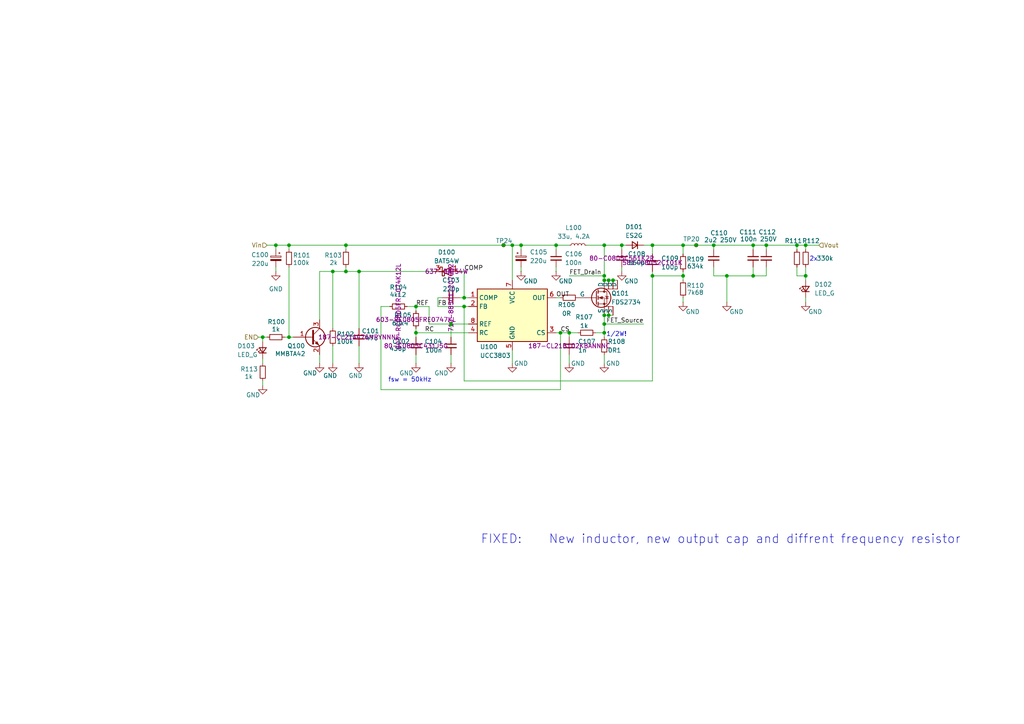
<source format=kicad_sch>
(kicad_sch (version 20250114) (generator "eeschema") (generator_version "9.0")
  (paper "A4")
  (title_block (title "High voltage Tube PSU") (date "2024-10-17") (rev "2.0") (company "C-Audio"))
  (lib_symbols
    (symbol "Connector:TestPoint_Small" (pin_numbers (hide yes)) (pin_names (offset 0.762) (hide yes))
      (property "Reference" "TP" (at 0 3.81 0))
      (property "Value" "TestPoint_Small" (at 0 2.032 0))
      (symbol "TestPoint_Small_0_1"
        (circle (center 0 0) (radius 0.508))
      )
      (symbol "TestPoint_Small_1_1"
        (pin passive line (at 0 0 90) (length 0) (name "1") (number "1"))
      )
    )
    (symbol "Device:C_Polarized_Small" (pin_numbers (hide yes)) (pin_names (offset 0.254) (hide yes))
      (property "Reference" "C" (at 0.254 1.778 0))
      (property "Value" "C_Polarized_Small" (at 0.254 -2.032 0))
      (symbol "C_Polarized_Small_0_1"
        (rectangle (start -1.524 0.6858) (end 1.524 0.3048))
        (rectangle (start -1.524 -0.3048) (end 1.524 -0.6858) (fill (type outline)))
        (polyline (pts (xy -1.27 1.524) (xy -0.762 1.524)))
        (polyline (pts (xy -1.016 1.27) (xy -1.016 1.778)))
      )
      (symbol "C_Polarized_Small_1_1"
        (pin passive line (at 0 2.54 270) (length 1.8542) (name "~") (number "1"))
        (pin passive line (at 0 -2.54 90) (length 1.8542) (name "~") (number "2"))
      )
    )
    (symbol "Device:C_Small" (pin_numbers (hide yes)) (pin_names (offset 0.254) (hide yes))
      (property "Reference" "C" (at 0.254 1.778 0))
      (property "Value" "C_Small" (at 0.254 -2.032 0))
      (symbol "C_Small_0_1"
        (polyline (pts (xy -1.524 0.508) (xy 1.524 0.508)) (stroke (width 0.3048)))
        (polyline (pts (xy -1.524 -0.508) (xy 1.524 -0.508)) (stroke (width 0.3302)))
      )
      (symbol "C_Small_1_1"
        (pin passive line (at 0 2.54 270) (length 2.032) (name "~") (number "1"))
        (pin passive line (at 0 -2.54 90) (length 2.032) (name "~") (number "2"))
      )
    )
    (symbol "Device:D_Small" (pin_numbers (hide yes)) (pin_names (offset 0.254) (hide yes))
      (property "Reference" "D" (at -1.27 2.032 0))
      (property "Value" "D_Small" (at -3.81 -2.032 0))
      (symbol "D_Small_0_1"
        (polyline (pts (xy -0.762 0) (xy 0.762 0)))
        (polyline (pts (xy -0.762 -1.016) (xy -0.762 1.016)) (stroke (width 0.254)))
        (polyline (pts (xy 0.762 -1.016) (xy -0.762 0) (xy 0.762 1.016) (xy 0.762 -1.016)) (stroke (width 0.254)))
      )
      (symbol "D_Small_1_1"
        (pin passive line (at -2.54 0 0) (length 1.778) (name "K") (number "1"))
        (pin passive line (at 2.54 0 180) (length 1.778) (name "A") (number "2"))
      )
    )
    (symbol "Device:LED_Small" (pin_numbers (hide yes)) (pin_names (offset 0.254) (hide yes))
      (property "Reference" "D" (at -1.27 3.175 0))
      (property "Value" "LED_Small" (at -4.445 -2.54 0))
      (symbol "LED_Small_0_1"
        (polyline (pts (xy -0.762 -1.016) (xy -0.762 1.016)) (stroke (width 0.254)))
        (polyline (pts (xy 0 0.762) (xy -0.508 1.27) (xy -0.254 1.27) (xy -0.508 1.27) (xy -0.508 1.016)))
        (polyline (pts (xy 0.508 1.27) (xy 0 1.778) (xy 0.254 1.778) (xy 0 1.778) (xy 0 1.524)))
        (polyline (pts (xy 0.762 -1.016) (xy -0.762 0) (xy 0.762 1.016) (xy 0.762 -1.016)) (stroke (width 0.254)))
        (polyline (pts (xy 1.016 0) (xy -0.762 0)))
      )
      (symbol "LED_Small_1_1"
        (pin passive line (at -2.54 0 0) (length 1.778) (name "K") (number "1"))
        (pin passive line (at 2.54 0 180) (length 1.778) (name "A") (number "2"))
      )
    )
    (symbol "Device:L_Small" (pin_numbers (hide yes)) (pin_names (offset 0.254) (hide yes))
      (property "Reference" "L" (at 0.762 1.016 0))
      (property "Value" "L_Small" (at 0.762 -1.016 0))
      (symbol "L_Small_0_1"
        (arc (start 0 2.032) (mid 0.5058 1.524) (end 0 1.016))
        (arc (start 0 1.016) (mid 0.5058 0.508) (end 0 0))
        (arc (start 0 0) (mid 0.5058 -0.508) (end 0 -1.016))
        (arc (start 0 -1.016) (mid 0.5058 -1.524) (end 0 -2.032))
      )
      (symbol "L_Small_1_1"
        (pin passive line (at 0 2.54 270) (length 0.508) (name "~") (number "1"))
        (pin passive line (at 0 -2.54 90) (length 0.508) (name "~") (number "2"))
      )
    )
    (symbol "Device:R_Small" (pin_numbers (hide yes)) (pin_names (offset 0.254) (hide yes))
      (property "Reference" "R" (at 0.762 0.508 0))
      (property "Value" "R_Small" (at 0.762 -1.016 0))
      (symbol "R_Small_0_1"
        (rectangle (start -0.762 1.778) (end 0.762 -1.778) (stroke (width 0.2032)))
      )
      (symbol "R_Small_1_1"
        (pin passive line (at 0 2.54 270) (length 0.762) (name "~") (number "1"))
        (pin passive line (at 0 -2.54 90) (length 0.762) (name "~") (number "2"))
      )
    )
    (symbol "Diode:BAT54W" (pin_names (offset 1.016) (hide yes))
      (property "Reference" "D" (at 0 2.54 0))
      (property "Value" "BAT54W" (at 0 -2.54 0))
      (symbol "BAT54W_0_1"
        (polyline (pts (xy -1.905 0.635) (xy -1.905 1.27) (xy -1.27 1.27) (xy -1.27 -1.27) (xy -0.635 -1.27) (xy -0.635 -0.635)) (stroke (width 0.254)))
        (polyline (pts (xy 1.27 1.27) (xy 1.27 -1.27) (xy -1.27 0) (xy 1.27 1.27)) (stroke (width 0.254)))
        (polyline (pts (xy 1.27 0) (xy -1.27 0)))
      )
      (symbol "BAT54W_1_1"
        (pin passive line (at -3.81 0 0) (length 2.54) (name "K") (number "3"))
        (pin no_connect line (at 0 0 90) (length 2.54) (hide yes) (name "NC") (number "2"))
        (pin passive line (at 3.81 0 180) (length 2.54) (name "A") (number "1"))
      )
    )
    (symbol "Regulator_Controller:UCC3803"
      (property "Reference" "U" (at 3.81 11.43 0))
      (property "Value" "UCC3803" (at 3.81 8.89 0))
      (symbol "UCC3803_0_1"
        (rectangle (start -10.16 -7.62) (end 10.16 7.62) (stroke (width 0.254)) (fill (type background)))
      )
      (symbol "UCC3803_1_1"
        (pin passive line (at -12.7 5.08 0) (length 2.54) (name "COMP") (number "1"))
        (pin input line (at -12.7 2.54 0) (length 2.54) (name "FB") (number "2"))
        (pin power_in line (at -12.7 -2.54 0) (length 2.54) (name "REF") (number "8"))
        (pin passive line (at -12.7 -5.08 0) (length 2.54) (name "RC") (number "4"))
        (pin power_in line (at 0 10.16 270) (length 2.54) (name "VCC") (number "7"))
        (pin power_in line (at 0 -10.16 90) (length 2.54) (name "GND") (number "5"))
        (pin output line (at 12.7 5.08 180) (length 2.54) (name "OUT") (number "6"))
        (pin input line (at 12.7 -5.08 180) (length 2.54) (name "CS") (number "3"))
      )
    )
    (symbol "Simulation_SPICE:NMOS" (pin_numbers (hide yes)) (pin_names (offset 0))
      (property "Reference" "Q101" (at 4.572 1.27 0))
      (property "Value" "FDS2734" (at 4.572 -1.27 0))
      (symbol "NMOS_0_1"
        (polyline (pts (xy 0.254 1.905) (xy 0.254 -1.905)) (stroke (width 0.254)))
        (polyline (pts (xy 0.254 0) (xy -2.54 0)))
        (polyline (pts (xy 0.762 2.286) (xy 0.762 1.27)) (stroke (width 0.254)))
        (polyline (pts (xy 0.762 0.508) (xy 0.762 -0.508)) (stroke (width 0.254)))
        (polyline (pts (xy 0.762 -1.27) (xy 0.762 -2.286)) (stroke (width 0.254)))
        (polyline (pts (xy 0.762 -1.778) (xy 3.302 -1.778) (xy 3.302 1.778) (xy 0.762 1.778)))
        (polyline (pts (xy 1.016 0) (xy 2.032 0.381) (xy 2.032 -0.381) (xy 1.016 0)) (fill (type outline)))
        (circle (center 1.651 0) (radius 2.794) (stroke (width 0.254)))
        (polyline (pts (xy 2.54 2.54) (xy 2.54 1.778)))
        (circle (center 2.54 1.778) (radius 0.254) (fill (type outline)))
        (circle (center 2.54 -1.778) (radius 0.254) (fill (type outline)))
        (polyline (pts (xy 2.54 -2.54) (xy 2.54 0) (xy 0.762 0)))
        (polyline (pts (xy 2.794 0.508) (xy 2.921 0.381) (xy 3.683 0.381) (xy 3.81 0.254)))
        (polyline (pts (xy 3.302 0.381) (xy 2.921 -0.254) (xy 3.683 -0.254) (xy 3.302 0.381)))
        (polyline (pts (xy 5.08 -2.54) (xy 2.54 -2.54)))
        (polyline (pts (xy 6.35 2.54) (xy 2.54 2.54)))
      )
      (symbol "NMOS_1_1"
        (pin input line (at -5.08 0 0) (length 2.54) (name "G") (number "4"))
        (pin passive line (at 2.54 5.08 270) (length 2.54) (name "D") (number "5"))
        (pin passive line (at 2.54 -5.08 90) (length 2.54) (name "S") (number "1"))
        (pin passive line (at 3.81 5.08 270) (length 2.54) (name "D") (number "6"))
        (pin passive line (at 3.81 -5.08 90) (length 2.54) (name "S") (number "2"))
        (pin passive line (at 5.08 5.08 270) (length 2.54) (name "D") (number "7"))
        (pin passive line (at 5.08 -5.08 90) (length 2.54) (name "S") (number "3"))
        (pin passive line (at 6.35 5.08 270) (length 2.54) (name "D") (number "8"))
      )
    )
    (symbol "Transistor_BJT:MMBTA42" (pin_names (offset 0) (hide yes))
      (property "Reference" "Q" (at 5.08 1.905 0))
      (property "Value" "MMBTA42" (at 5.08 0 0))
      (symbol "MMBTA42_0_1"
        (polyline (pts (xy 0 0) (xy 0.635 0)))
        (polyline (pts (xy 0.635 1.905) (xy 0.635 -1.905) (xy 0.635 -1.905)) (stroke (width 0.508)))
        (polyline (pts (xy 0.635 0.635) (xy 2.54 2.54)))
        (polyline (pts (xy 0.635 -0.635) (xy 2.54 -2.54) (xy 2.54 -2.54)))
        (circle (center 1.27 0) (radius 2.8194) (stroke (width 0.254)))
        (polyline (pts (xy 1.27 -1.778) (xy 1.778 -1.27) (xy 2.286 -2.286) (xy 1.27 -1.778) (xy 1.27 -1.778)) (fill (type outline)))
      )
      (symbol "MMBTA42_1_1"
        (pin input line (at -5.08 0 0) (length 5.08) (name "B") (number "1"))
        (pin passive line (at 2.54 5.08 270) (length 2.54) (name "C") (number "3"))
        (pin passive line (at 2.54 -5.08 90) (length 2.54) (name "E") (number "2"))
      )
    )
    (symbol "power:GND" (power) (pin_numbers (hide yes)) (pin_names (offset 0) (hide yes))
      (property "Value" "GND" (at 0 -3.81 0))
      (symbol "GND_0_1"
        (polyline (pts (xy 0 0) (xy 0 -1.27) (xy 1.27 -1.27) (xy 0 -2.54) (xy -1.27 -1.27) (xy 0 -1.27)))
      )
      (symbol "GND_1_1"
        (pin power_in line (at 0 0 270) (length 0) (name "~") (number "1"))
      )
    )
  )
  (text "FIXED: 	New inductor, new output cap and diffrent frequency resistor" (at 209.042 156.464 0) (effects (font (size 2.54 2.54))))
  (text "fsw = 50kHz" (at 118.872 110.236 0) (effects (font (size 1.27 1.27))))
  (text "2x" (at 235.966 75.184 0) (effects (font (size 1.27 1.27))))
  (text "1/2W!" (at 178.816 97.028 0) (effects (font (size 1.27 1.27))))
  (junction (at 222.25 71.12))
  (junction (at 176.53 81.28))
  (junction (at 151.13 71.12))
  (junction (at 180.34 71.12))
  (junction (at 80.01 71.12))
  (junction (at 120.65 88.9))
  (junction (at 76.2 97.79))
  (junction (at 120.65 96.52))
  (junction (at 175.26 81.28))
  (junction (at 134.62 88.9))
  (junction (at 175.26 80.01))
  (junction (at 96.52 78.74))
  (junction (at 218.44 71.12))
  (junction (at 189.23 80.01))
  (junction (at 198.12 80.01))
  (junction (at 175.26 96.52))
  (junction (at 175.26 93.98))
  (junction (at 176.53 91.44))
  (junction (at 198.12 71.12))
  (junction (at 233.68 71.12))
  (junction (at 210.82 80.01))
  (junction (at 201.93 71.12))
  (junction (at 104.14 78.74))
  (junction (at 189.23 71.12))
  (junction (at 175.26 91.44))
  (junction (at 161.29 71.12))
  (junction (at 83.82 71.12))
  (junction (at 218.44 80.01))
  (junction (at 233.68 80.01))
  (junction (at 207.01 71.12))
  (junction (at 134.62 86.36))
  (junction (at 175.26 71.12))
  (junction (at 130.81 93.98))
  (junction (at 231.14 71.12))
  (junction (at 146.05 71.12))
  (junction (at 100.33 71.12))
  (junction (at 177.8 81.28))
  (junction (at 148.59 71.12))
  (junction (at 100.33 78.74))
  (junction (at 165.1 96.52))
  (junction (at 162.56 96.52))
  (junction (at 83.82 97.79))
  (wire (pts (xy 207.01 80.01) (xy 210.82 80.01)))
  (wire (pts (xy 189.23 80.01) (xy 189.23 110.49)))
  (wire (pts (xy 231.14 71.12) (xy 231.14 72.39)))
  (wire (pts (xy 162.56 96.52) (xy 161.29 96.52)))
  (wire (pts (xy 175.26 102.87) (xy 175.26 105.41)))
  (wire (pts (xy 189.23 71.12) (xy 198.12 71.12)))
  (wire (pts (xy 198.12 80.01) (xy 198.12 81.28)))
  (wire (pts (xy 127 88.9) (xy 134.62 88.9)))
  (wire (pts (xy 76.2 104.14) (xy 76.2 105.41)))
  (wire (pts (xy 189.23 110.49) (xy 134.62 110.49)))
  (wire (pts (xy 76.2 97.79) (xy 77.47 97.79)))
  (wire (pts (xy 189.23 78.74) (xy 189.23 80.01)))
  (wire (pts (xy 134.62 88.9) (xy 135.89 88.9)))
  (wire (pts (xy 198.12 78.74) (xy 198.12 80.01)))
  (wire (pts (xy 134.62 86.36) (xy 135.89 86.36)))
  (wire (pts (xy 96.52 78.74) (xy 96.52 95.25)))
  (wire (pts (xy 120.65 96.52) (xy 135.89 96.52)))
  (wire (pts (xy 161.29 72.39) (xy 161.29 71.12)))
  (wire (pts (xy 176.53 81.28) (xy 177.8 81.28)))
  (wire (pts (xy 165.1 96.52) (xy 165.1 97.79)))
  (wire (pts (xy 96.52 100.33) (xy 96.52 105.41)))
  (wire (pts (xy 175.26 91.44) (xy 175.26 93.98)))
  (wire (pts (xy 189.23 71.12) (xy 189.23 73.66)))
  (wire (pts (xy 130.81 93.98) (xy 135.89 93.98)))
  (wire (pts (xy 127 88.9) (xy 127 86.36)))
  (wire (pts (xy 148.59 101.6) (xy 148.59 105.41)))
  (wire (pts (xy 218.44 71.12) (xy 222.25 71.12)))
  (wire (pts (xy 165.1 96.52) (xy 167.64 96.52)))
  (wire (pts (xy 133.35 86.36) (xy 134.62 86.36)))
  (wire (pts (xy 83.82 97.79) (xy 85.09 97.79)))
  (wire (pts (xy 134.62 78.74) (xy 133.35 78.74)))
  (wire (pts (xy 175.26 91.44) (xy 176.53 91.44)))
  (wire (pts (xy 104.14 78.74) (xy 104.14 95.25)))
  (wire (pts (xy 233.68 86.36) (xy 233.68 87.63)))
  (wire (pts (xy 207.01 71.12) (xy 218.44 71.12)))
  (wire (pts (xy 186.69 93.98) (xy 175.26 93.98)))
  (wire (pts (xy 83.82 97.79) (xy 83.82 77.47)))
  (wire (pts (xy 162.56 96.52) (xy 162.56 113.03)))
  (wire (pts (xy 96.52 78.74) (xy 92.71 78.74)))
  (wire (pts (xy 151.13 77.47) (xy 151.13 78.74)))
  (wire (pts (xy 172.72 96.52) (xy 175.26 96.52)))
  (wire (pts (xy 82.55 97.79) (xy 83.82 97.79)))
  (wire (pts (xy 233.68 71.12) (xy 237.49 71.12)))
  (wire (pts (xy 210.82 80.01) (xy 210.82 87.63)))
  (wire (pts (xy 233.68 77.47) (xy 233.68 80.01)))
  (wire (pts (xy 162.56 96.52) (xy 165.1 96.52)))
  (wire (pts (xy 110.49 88.9) (xy 110.49 113.03)))
  (wire (pts (xy 189.23 80.01) (xy 198.12 80.01)))
  (wire (pts (xy 218.44 71.12) (xy 218.44 72.39)))
  (wire (pts (xy 146.05 71.12) (xy 148.59 71.12)))
  (wire (pts (xy 207.01 77.47) (xy 207.01 80.01)))
  (wire (pts (xy 222.25 71.12) (xy 222.25 72.39)))
  (wire (pts (xy 151.13 71.12) (xy 161.29 71.12)))
  (wire (pts (xy 80.01 71.12) (xy 83.82 71.12)))
  (wire (pts (xy 100.33 78.74) (xy 104.14 78.74)))
  (wire (pts (xy 80.01 77.47) (xy 80.01 78.74)))
  (wire (pts (xy 198.12 71.12) (xy 201.93 71.12)))
  (wire (pts (xy 120.65 88.9) (xy 124.46 88.9)))
  (wire (pts (xy 92.71 78.74) (xy 92.71 92.71)))
  (wire (pts (xy 180.34 77.47) (xy 180.34 78.74)))
  (wire (pts (xy 175.26 80.01) (xy 175.26 81.28)))
  (wire (pts (xy 231.14 71.12) (xy 233.68 71.12)))
  (wire (pts (xy 100.33 77.47) (xy 100.33 78.74)))
  (wire (pts (xy 180.34 71.12) (xy 180.34 72.39)))
  (wire (pts (xy 100.33 71.12) (xy 146.05 71.12)))
  (wire (pts (xy 162.56 113.03) (xy 110.49 113.03)))
  (wire (pts (xy 175.26 93.98) (xy 175.26 96.52)))
  (wire (pts (xy 201.93 71.12) (xy 207.01 71.12)))
  (wire (pts (xy 125.73 78.74) (xy 104.14 78.74)))
  (wire (pts (xy 130.81 93.98) (xy 130.81 97.79)))
  (wire (pts (xy 233.68 72.39) (xy 233.68 71.12)))
  (wire (pts (xy 176.53 91.44) (xy 177.8 91.44)))
  (wire (pts (xy 80.01 71.12) (xy 80.01 72.39)))
  (wire (pts (xy 222.25 71.12) (xy 231.14 71.12)))
  (wire (pts (xy 120.65 102.87) (xy 120.65 105.41)))
  (wire (pts (xy 233.68 81.28) (xy 233.68 80.01)))
  (wire (pts (xy 96.52 78.74) (xy 100.33 78.74)))
  (wire (pts (xy 175.26 81.28) (xy 176.53 81.28)))
  (wire (pts (xy 218.44 80.01) (xy 210.82 80.01)))
  (wire (pts (xy 198.12 71.12) (xy 198.12 73.66)))
  (wire (pts (xy 104.14 100.33) (xy 104.14 105.41)))
  (wire (pts (xy 175.26 96.52) (xy 175.26 97.79)))
  (wire (pts (xy 165.1 105.41) (xy 165.1 102.87)))
  (wire (pts (xy 222.25 77.47) (xy 222.25 80.01)))
  (wire (pts (xy 83.82 71.12) (xy 83.82 72.39)))
  (wire (pts (xy 165.1 80.01) (xy 175.26 80.01)))
  (wire (pts (xy 110.49 88.9) (xy 113.03 88.9)))
  (wire (pts (xy 186.69 71.12) (xy 189.23 71.12)))
  (wire (pts (xy 76.2 110.49) (xy 76.2 111.76)))
  (wire (pts (xy 127 86.36) (xy 128.27 86.36)))
  (wire (pts (xy 231.14 77.47) (xy 231.14 80.01)))
  (wire (pts (xy 134.62 110.49) (xy 134.62 88.9)))
  (wire (pts (xy 124.46 93.98) (xy 130.81 93.98)))
  (wire (pts (xy 198.12 86.36) (xy 198.12 87.63)))
  (wire (pts (xy 120.65 95.25) (xy 120.65 96.52)))
  (wire (pts (xy 92.71 102.87) (xy 92.71 105.41)))
  (wire (pts (xy 207.01 71.12) (xy 207.01 72.39)))
  (wire (pts (xy 124.46 88.9) (xy 124.46 93.98)))
  (wire (pts (xy 77.47 71.12) (xy 80.01 71.12)))
  (wire (pts (xy 130.81 102.87) (xy 130.81 105.41)))
  (wire (pts (xy 175.26 71.12) (xy 175.26 80.01)))
  (wire (pts (xy 222.25 80.01) (xy 218.44 80.01)))
  (wire (pts (xy 134.62 86.36) (xy 134.62 78.74)))
  (wire (pts (xy 165.1 71.12) (xy 161.29 71.12)))
  (wire (pts (xy 175.26 71.12) (xy 180.34 71.12)))
  (wire (pts (xy 148.59 71.12) (xy 148.59 81.28)))
  (wire (pts (xy 74.93 97.79) (xy 76.2 97.79)))
  (wire (pts (xy 161.29 86.36) (xy 162.56 86.36)))
  (wire (pts (xy 170.18 71.12) (xy 175.26 71.12)))
  (wire (pts (xy 100.33 71.12) (xy 100.33 72.39)))
  (wire (pts (xy 120.65 88.9) (xy 120.65 90.17)))
  (wire (pts (xy 148.59 71.12) (xy 151.13 71.12)))
  (wire (pts (xy 218.44 77.47) (xy 218.44 80.01)))
  (wire (pts (xy 120.65 96.52) (xy 120.65 97.79)))
  (wire (pts (xy 177.8 81.28) (xy 179.07 81.28)))
  (wire (pts (xy 180.34 71.12) (xy 181.61 71.12)))
  (wire (pts (xy 76.2 97.79) (xy 76.2 99.06)))
  (wire (pts (xy 231.14 80.01) (xy 233.68 80.01)))
  (wire (pts (xy 161.29 77.47) (xy 161.29 78.74)))
  (wire (pts (xy 151.13 72.39) (xy 151.13 71.12)))
  (wire (pts (xy 83.82 71.12) (xy 100.33 71.12)))
  (wire (pts (xy 118.11 88.9) (xy 120.65 88.9)))
  (label "CS" (at 162.56 96.52 0))
  (label "FET_Source" (at 186.69 93.98 180))
  (label "FET_Drain" (at 165.1 80.01 0))
  (label "REF" (at 120.65 88.9 0))
  (label "FB" (at 129.54 88.9 180))
  (label "COMP" (at 134.62 78.74 0))
  (label "OUT" (at 161.29 86.36 0))
  (label "RC" (at 123.19 96.52 0))
  (hierarchical_label "Vout" (shape input) (at 237.49 71.12 0))
  (hierarchical_label "Vin" (shape input) (at 77.47 71.12 180))
  (hierarchical_label "EN" (shape input) (at 74.93 97.79 180))
  (symbol (lib_id "Device:C_Small") (at 218.44 74.93 0) (unit 1)
    (property "Reference" "C111" (at 214.376 67.31 0) (effects (justify left)))
    (property "Value" "100nf 250V" (effects (hide yes)))
    (property "Footprint" "Capacitor_SMD:C_0805_2012Metric_Pad1.18x1.45mm_HandSolder" (effects (hide yes)))
    (property "Description" "Unpolarized capacitor, small symbol" (effects (hide yes)))
    (property "Mouser Nr." " 810-CGA4J3X7T2E104MA " (effects (hide yes)))
  )
  (symbol (lib_id "Device:R_Small") (at 170.18 96.52 90) (unit 1)
    (property "Reference" "R107" (at 169.418 91.948 90))
    (property "Value" "1k" (at 169.418 94.488 90))
    (property "Footprint" "Resistor_SMD:R_0805_2012Metric_Pad1.20x1.40mm_HandSolder" (effects (hide yes)))
    (property "Description" "Resistor, small symbol" (effects (hide yes)))
  )
  (symbol (lib_id "Device:LED_Small") (at 76.2 101.6 90) (unit 1)
    (property "Reference" "D103" (at 68.834 100.33 90) (effects (justify right)))
    (property "Value" "LED_G" (at 68.834 102.87 90) (effects (justify right)))
    (property "Footprint" "LED_SMD:LED_0805_2012Metric" (effects (hide yes)))
    (property "Description" "Light emitting diode, small symbol" (effects (hide yes)))
  )
  (symbol (lib_id "Device:R_Small") (at 233.68 74.93 0) (unit 1)
    (property "Reference" "R112" (at 235.204 69.85 0))
    (property "Value" "330k" (at 239.268 74.93 0))
    (property "Footprint" "Resistor_SMD:R_0805_2012Metric_Pad1.20x1.40mm_HandSolder" (effects (hide yes)))
    (property "Description" "Resistor, small symbol" (effects (hide yes)))
    (property "Mouser Nr." " 603-AC0805FR-07330KL " (effects (hide yes)))
  )
  (symbol (lib_id "power:GND") (at 198.12 87.63 0) (unit 1)
    (property "Reference" "#PWR0112" (effects (hide yes)))
    (property "Value" "GND" (at 200.914 90.424 0))
    (property "Description" "Power symbol creates a global label with name \"GND\" , ground" (effects (hide yes)))
  )
  (symbol (lib_id "Device:R_Small") (at 83.82 74.93 0) (unit 1)
    (property "Reference" "R101" (at 87.503 74.041 0))
    (property "Value" "100k" (at 87.376 76.2 0))
    (property "Footprint" "Resistor_SMD:R_0805_2012Metric_Pad1.20x1.40mm_HandSolder" (effects (hide yes)))
    (property "Description" "Resistor, small symbol" (effects (hide yes)))
  )
  (symbol (lib_id "power:GND") (at 76.2 111.76 0) (unit 1)
    (property "Reference" "#PWR0119" (effects (hide yes)))
    (property "Value" "GND" (at 73.406 114.554 0))
    (property "Description" "Power symbol creates a global label with name \"GND\" , ground" (effects (hide yes)))
  )
  (symbol (lib_id "Device:C_Small") (at 104.14 97.79 0) (unit 1)
    (property "Reference" "C101" (at 104.902 96.012 0) (effects (justify left)))
    (property "Value" "47u" (at 105.918 98.0378 0) (effects (justify left)))
    (property "Footprint" "Capacitor_SMD:C_0805_2012Metric_Pad1.18x1.45mm_HandSolder" (effects (hide yes)))
    (property "Description" "Unpolarized capacitor, small symbol" (effects (hide yes)))
    (property "Mouser Nr." " 187-CL21A476MRYNNNE " (at 104.14 97.79 0))
  )
  (symbol (lib_id "Device:C_Small") (at 165.1 100.33 0) (unit 1)
    (property "Reference" "C107" (at 167.64 99.0662 0) (effects (justify left)))
    (property "Value" "1n" (at 167.64 101.6062 0) (effects (justify left)))
    (property "Footprint" "Capacitor_SMD:C_0805_2012Metric_Pad1.18x1.45mm_HandSolder" (effects (hide yes)))
    (property "Description" "Unpolarized capacitor, small symbol" (effects (hide yes)))
    (property "Mouser Nr." " 187-CL21B102KBANNNC " (at 165.1 100.33 0))
  )
  (symbol (lib_id "Device:R_Small") (at 100.33 74.93 0) (mirror y) (unit 1)
    (property "Reference" "R103" (at 96.647 74.041 0))
    (property "Value" "2k" (at 96.774 76.2 0))
    (property "Footprint" "Resistor_SMD:R_0805_2012Metric_Pad1.20x1.40mm_HandSolder" (effects (hide yes)))
    (property "Description" "Resistor, small symbol" (effects (hide yes)))
    (property "Mouser Nr." " 603-RC0805FR-132KL " (effects (hide yes)))
  )
  (symbol (lib_id "Device:R_Small") (at 80.01 97.79 90) (unit 1)
    (property "Reference" "R100" (at 80.137 93.345 90))
    (property "Value" "1k" (at 80.01 95.504 90))
    (property "Footprint" "Resistor_SMD:R_0805_2012Metric_Pad1.20x1.40mm_HandSolder" (effects (hide yes)))
    (property "Description" "Resistor, small symbol" (effects (hide yes)))
  )
  (symbol (lib_id "power:GND") (at 161.29 78.74 0) (unit 1)
    (property "Reference" "#PWR0108" (effects (hide yes)))
    (property "Value" "GND" (at 164.084 81.534 0))
    (property "Description" "Power symbol creates a global label with name \"GND\" , ground" (effects (hide yes)))
  )
  (symbol (lib_id "Device:C_Small") (at 222.25 74.93 0) (unit 1)
    (property "Reference" "C112" (at 219.964 67.31 0) (effects (justify left)))
    (property "Value" "100n 250V" (at 214.63 69.342 0) (effects (justify left)))
    (property "Footprint" "Capacitor_SMD:C_0805_2012Metric_Pad1.18x1.45mm_HandSolder" (effects (hide yes)))
    (property "Description" "Unpolarized capacitor, small symbol" (effects (hide yes)))
    (property "Mouser Nr." " 810-CGA4J3X7T2E104MA " (effects (hide yes)))
  )
  (symbol (lib_id "power:GND") (at 104.14 105.41 0) (unit 1)
    (property "Reference" "#PWR0103" (effects (hide yes)))
    (property "Value" "GND" (at 103.124 108.966 0))
    (property "Description" "Power symbol creates a global label with name \"GND\" , ground" (effects (hide yes)))
  )
  (symbol (lib_id "Device:LED_Small") (at 233.68 83.82 90) (unit 1)
    (property "Reference" "D102" (at 236.22 82.4864 90) (effects (justify right)))
    (property "Value" "LED_G" (at 236.22 85.0264 90) (effects (justify right)))
    (property "Footprint" "LED_SMD:LED_0805_2012Metric" (effects (hide yes)))
    (property "Description" "Light emitting diode, small symbol" (effects (hide yes)))
  )
  (symbol (lib_id "power:GND") (at 92.71 105.41 0) (unit 1)
    (property "Reference" "#PWR0101" (effects (hide yes)))
    (property "Value" "GND" (at 89.916 108.204 0))
    (property "Description" "Power symbol creates a global label with name \"GND\" , ground" (effects (hide yes)))
  )
  (symbol (lib_id "Device:C_Small") (at 120.65 100.33 0) (mirror y) (unit 1)
    (property "Reference" "C102" (at 118.872 99.0662 0) (effects (justify left)))
    (property "Value" "430p" (at 117.856 101.092 0) (effects (justify left)))
    (property "Footprint" "Capacitor_SMD:C_0805_2012Metric_Pad1.18x1.45mm_HandSolder" (effects (hide yes)))
    (property "Description" "Unpolarized capacitor, small symbol" (effects (hide yes)))
    (property "Mouser Nr." " 80-C0805C431J5G " (at 120.65 100.33 0))
  )
  (symbol (lib_id "Regulator_Controller:UCC3803") (at 148.59 91.44 0) (unit 1)
    (property "Reference" "U100" (at 139.192 100.584 0) (effects (justify left)))
    (property "Value" "UCC3803" (at 139.192 103.124 0) (effects (justify left)))
    (property "Footprint" "Package_SO:SOIC-8_3.9x4.9mm_P1.27mm" (effects (hide yes)))
    (property "Datasheet" "http://www.ti.com/lit/ds/symlink/ucc3800.pdf" (effects (hide yes)))
    (property "Description" "Low-Power BiCMOS Current-Mode PWM Controllers, 100% Duty Cycle, 4.1V/3.6V UVLO, DIP-8/SOIC-8/TSSOP-8" (effects (hide yes)))
    (property "Mouser Nr." " 595-UCC3803DTR " (effects (hide yes)))
  )
  (symbol (lib_id "Device:R_Small") (at 96.52 97.79 0) (unit 1)
    (property "Reference" "R102" (at 100.203 96.901 0))
    (property "Value" "100k" (at 100.076 99.06 0))
    (property "Footprint" "Resistor_SMD:R_0805_2012Metric_Pad1.20x1.40mm_HandSolder" (effects (hide yes)))
    (property "Description" "Resistor, small symbol" (effects (hide yes)))
  )
  (symbol (lib_id "Device:R_Small") (at 175.26 100.33 180) (unit 1)
    (property "Reference" "R108" (at 176.276 99.06 0) (effects (justify right)))
    (property "Value" "0R1" (at 176.276 101.6 0) (effects (justify right)))
    (property "Footprint" "Resistor_SMD:R_1206_3216Metric_Pad1.30x1.75mm_HandSolder" (effects (hide yes)))
    (property "Datasheet" "https://www.koaspeer.com/pdfs/UR73V.pdf" (effects (hide yes)))
    (property "Description" "Resistor, small symbol" (effects (hide yes)))
    (property "Mouser URL" "https://www.mouser.de/ProductDetail/KOA-Speer/UR73VH2BTTDR100F?qs=HoCaDK9Nz5dTWFlShnTmnw%3D%3D" (effects (hide yes)))
    (property "Mouser Nr." " 660-UR73VH2BTTDR100F " (effects (hide yes)))
  )
  (symbol (lib_id "power:GND") (at 80.01 78.74 0) (unit 1)
    (property "Reference" "#PWR0100" (effects (hide yes)))
    (property "Value" "GND" (at 80.01 83.82 0))
    (property "Description" "Power symbol creates a global label with name \"GND\" , ground" (effects (hide yes)))
  )
  (symbol (lib_id "power:GND") (at 175.26 105.41 0) (unit 1)
    (property "Reference" "#PWR0110" (effects (hide yes)))
    (property "Value" "GND" (at 177.8 105.41 0))
    (property "Description" "Power symbol creates a global label with name \"GND\" , ground" (effects (hide yes)))
  )
  (symbol (lib_id "Device:L_Small") (at 167.64 71.12 90) (unit 1)
    (property "Reference" "L100" (at 166.37 66.04 90))
    (property "Value" "33u, 4.2A" (at 166.37 68.58 90))
    (property "Footprint" "Inductor_SMD:L_12x12mm_H8mm" (effects (hide yes)))
    (property "Description" "Inductor, small symbol" (effects (hide yes)))
    (property "Mouser URL" "https://www.mouser.de/ProductDetail/EPCOS-TDK/B82477R4683M100?qs=oQHyZtUHWNVcdFSxmnJQSQ%3D%3D" (effects (hide yes)))
    (property "Mouser Nr." "7447709330" (effects (hide yes)))
  )
  (symbol (lib_id "Device:R_Small") (at 231.14 74.93 0) (unit 1)
    (property "Reference" "R111" (at 230.124 69.85 0))
    (property "Value" "330k" (effects (hide yes)))
    (property "Footprint" "Resistor_SMD:R_0805_2012Metric_Pad1.20x1.40mm_HandSolder" (effects (hide yes)))
    (property "Description" "Resistor, small symbol" (effects (hide yes)))
    (property "Mouser Nr." " 603-AC0805FR-07330KL " (effects (hide yes)))
  )
  (symbol (lib_id "Device:R_Small") (at 76.2 107.95 180) (unit 1)
    (property "Reference" "R113" (at 72.263 107.061 0))
    (property "Value" "1k" (at 72.136 109.22 0))
    (property "Footprint" "Resistor_SMD:R_0805_2012Metric_Pad1.20x1.40mm_HandSolder" (effects (hide yes)))
    (property "Description" "Resistor, small symbol" (effects (hide yes)))
  )
  (symbol (lib_id "Device:R_Small") (at 115.57 88.9 90) (unit 1)
    (property "Reference" "R104" (at 115.57 83.312 90))
    (property "Value" "4k12" (at 115.443 85.471 90))
    (property "Footprint" "Resistor_SMD:R_0805_2012Metric_Pad1.20x1.40mm_HandSolder" (effects (hide yes)))
    (property "Description" "Resistor, small symbol" (effects (hide yes)))
    (property "Mouser Nr." " 603-RC0805FR-074K12L " (at 115.57 88.9 0))
  )
  (symbol (lib_id "Diode:BAT54W") (at 129.54 78.74 0) (unit 1)
    (property "Reference" "D100" (at 129.54 73.152 0))
    (property "Value" "BAT54W" (at 129.54 75.692 0))
    (property "Footprint" "Package_TO_SOT_SMD:SOT-323_SC-70" (effects (hide yes)))
    (property "Datasheet" "https://assets.nexperia.com/documents/data-sheet/BAT54W_SER.pdf" (effects (hide yes)))
    (property "Description" "Schottky barrier diode, SOT-323" (effects (hide yes)))
    (property "Mouser-Nr." "637-BAT54W" (at 129.54 78.74 0))
    (property "Mouser Nr." "637-BAT54W" (effects (hide yes)))
  )
  (symbol (lib_id "Device:C_Small") (at 207.01 74.93 0) (unit 1)
    (property "Reference" "C110" (at 205.994 67.564 0) (effects (justify left)))
    (property "Value" "2u2 250V" (at 204.216 69.596 0) (effects (justify left)))
    (property "Footprint" "Capacitor_SMD:C_2220_5750Metric_Pad1.97x5.40mm_HandSolder" (effects (hide yes)))
    (property "Description" "Unpolarized capacitor, small symbol" (effects (hide yes)))
    (property "Mouser Nr." " 810-CGA4J3X7T2E104MA " (effects (hide yes)))
  )
  (symbol (lib_id "Device:R_Small") (at 198.12 83.82 0) (unit 1)
    (property "Reference" "R110" (at 201.676 82.804 0))
    (property "Value" "7k68" (at 201.676 84.836 0))
    (property "Footprint" "Resistor_SMD:R_1206_3216Metric_Pad1.30x1.75mm_HandSolder" (effects (hide yes)))
    (property "Description" "Resistor, small symbol" (effects (hide yes)))
    (property "Mouser Nr." " 603-RC0805FR-077K68L " (effects (hide yes)))
  )
  (symbol (lib_id "Device:C_Small") (at 130.81 100.33 0) (mirror y) (unit 1)
    (property "Reference" "C104" (at 128.27 99.0662 0) (effects (justify left)))
    (property "Value" "100n" (at 128.27 101.6062 0) (effects (justify left)))
    (property "Footprint" "Capacitor_SMD:C_0805_2012Metric_Pad1.18x1.45mm_HandSolder" (effects (hide yes)))
    (property "Description" "Unpolarized capacitor, small symbol" (effects (hide yes)))
  )
  (symbol (lib_id "power:GND") (at 120.65 105.41 0) (unit 1)
    (property "Reference" "#PWR0104" (effects (hide yes)))
    (property "Value" "GND" (at 117.856 108.204 0))
    (property "Description" "Power symbol creates a global label with name \"GND\" , ground" (effects (hide yes)))
  )
  (symbol (lib_id "Device:D_Small") (at 184.15 71.12 180) (unit 1)
    (property "Reference" "D101" (at 183.896 65.786 0))
    (property "Value" "ES2G" (at 183.896 68.326 0))
    (property "Footprint" "Diode_SMD:D_SMB_Handsoldering" (effects (hide yes)))
    (property "Description" "Diode, small symbol" (effects (hide yes)))
    (property "Sim.Device" "D" (effects (hide yes)))
    (property "Sim.Pins" "1=K 2=A" (effects (hide yes)))
    (property "Mouser URL" "https://eu.mouser.com/ProductDetail/YAGEO/ES2G?qs=2MMvu9PpTS2aUaVf2vcl5g%3D%3D" (effects (hide yes)))
    (property "Mouser Nr." " 603-ES2G " (effects (hide yes)))
  )
  (symbol (lib_id "power:GND") (at 148.59 105.41 0) (unit 1)
    (property "Reference" "#PWR0106" (effects (hide yes)))
    (property "Value" "GND" (at 151.13 105.41 0))
    (property "Description" "Power symbol creates a global label with name \"GND\" , ground" (effects (hide yes)))
  )
  (symbol (lib_id "Device:R_Small") (at 120.65 92.71 180) (unit 1)
    (property "Reference" "R105" (at 116.84 91.44 0))
    (property "Value" "60k4" (at 116.078 93.726 0))
    (property "Footprint" "Resistor_SMD:R_0805_2012Metric_Pad1.20x1.40mm_HandSolder" (effects (hide yes)))
    (property "Description" "Resistor, small symbol" (effects (hide yes)))
    (property "Mouser Nr." " 603-RE0805FRE0747KL " (at 120.65 92.71 0))
  )
  (symbol (lib_id "Device:C_Small") (at 161.29 74.93 0) (unit 1)
    (property "Reference" "C106" (at 163.83 73.6662 0) (effects (justify left)))
    (property "Value" "100n" (at 163.83 76.2062 0) (effects (justify left)))
    (property "Footprint" "Capacitor_SMD:C_0805_2012Metric_Pad1.18x1.45mm_HandSolder" (effects (hide yes)))
    (property "Description" "Unpolarized capacitor, small symbol" (effects (hide yes)))
  )
  (symbol (lib_id "power:GND") (at 130.81 105.41 0) (unit 1)
    (property "Reference" "#PWR0105" (effects (hide yes)))
    (property "Value" "GND" (at 128.016 108.204 0))
    (property "Description" "Power symbol creates a global label with name \"GND\" , ground" (effects (hide yes)))
  )
  (symbol (lib_id "Connector:TestPoint_Small") (at 146.05 71.12 0) (unit 1)
    (property "Reference" "TP24" (at 143.764 69.85 0) (effects (justify left)))
    (property "Value" "TestPoint_Small" (effects (hide yes)))
    (property "Footprint" "TestPoint:TestPoint_Pad_D1.5mm" (effects (hide yes)))
    (property "Description" "test point" (effects (hide yes)))
  )
  (symbol (lib_id "power:GND") (at 233.68 87.63 0) (unit 1)
    (property "Reference" "#PWR06" (effects (hide yes)))
    (property "Value" "GND" (at 236.474 90.424 0))
    (property "Description" "Power symbol creates a global label with name \"GND\" , ground" (effects (hide yes)))
  )
  (symbol (lib_id "Device:C_Small") (at 180.34 74.93 0) (unit 1)
    (property "Reference" "C108" (at 182.118 73.66 0) (effects (justify left)))
    (property "Value" "560p" (at 182.118 76.2 0) (effects (justify left)))
    (property "Footprint" "Capacitor_SMD:C_0805_2012Metric_Pad1.18x1.45mm_HandSolder" (effects (hide yes)))
    (property "Description" "Unpolarized capacitor, small symbol" (effects (hide yes)))
    (property "Mouser Nr." " 80-C0805C561K2R " (at 180.34 74.93 0))
  )
  (symbol (lib_id "Device:R_Small") (at 165.1 86.36 90) (unit 1)
    (property "Reference" "R106" (at 164.338 88.392 90))
    (property "Value" "0R" (at 164.338 90.932 90))
    (property "Footprint" "Resistor_SMD:R_0805_2012Metric_Pad1.20x1.40mm_HandSolder" (effects (hide yes)))
    (property "Description" "Resistor, small symbol" (effects (hide yes)))
  )
  (symbol (lib_id "Device:C_Polarized_Small") (at 151.13 74.93 0) (unit 1)
    (property "Reference" "C105" (at 153.67 73.1138 0) (effects (justify left)))
    (property "Value" "220u" (at 153.67 75.6538 0) (effects (justify left)))
    (property "Footprint" "Capacitor_SMD:CP_Elec_8x10" (effects (hide yes)))
    (property "Description" "Polarized capacitor, small symbol" (effects (hide yes)))
    (property "Mouser Nr." " 647-UUX1E221MNL6GS " (effects (hide yes)))
  )
  (symbol (lib_id "Device:R_Small") (at 198.12 76.2 0) (unit 1)
    (property "Reference" "R109" (at 201.676 75.184 0))
    (property "Value" "634k" (at 201.676 77.216 0))
    (property "Footprint" "Resistor_SMD:R_1206_3216Metric_Pad1.30x1.75mm_HandSolder" (effects (hide yes)))
    (property "Description" "Resistor, small symbol" (effects (hide yes)))
    (property "Mouser Nr." " 71-CRCW0805634KFKEA " (effects (hide yes)))
  )
  (symbol (lib_id "power:GND") (at 165.1 105.41 0) (unit 1)
    (property "Reference" "#PWR0109" (effects (hide yes)))
    (property "Value" "GND" (at 167.64 105.41 0))
    (property "Description" "Power symbol creates a global label with name \"GND\" , ground" (effects (hide yes)))
  )
  (symbol (lib_id "Connector:TestPoint_Small") (at 201.93 71.12 0) (unit 1)
    (property "Reference" "TP20" (at 198.12 69.342 0) (effects (justify left)))
    (property "Value" "TestPoint_Small" (effects (hide yes)))
    (property "Footprint" "TestPoint:TestPoint_Pad_D1.5mm" (effects (hide yes)))
    (property "Description" "test point" (effects (hide yes)))
  )
  (symbol (lib_id "power:GND") (at 151.13 78.74 0) (unit 1)
    (property "Reference" "#PWR0107" (effects (hide yes)))
    (property "Value" "GND" (at 153.924 81.534 0))
    (property "Description" "Power symbol creates a global label with name \"GND\" , ground" (effects (hide yes)))
  )
  (symbol (lib_id "power:GND") (at 96.52 105.41 0) (unit 1)
    (property "Reference" "#PWR0102" (effects (hide yes)))
    (property "Value" "GND" (at 95.758 108.966 0))
    (property "Description" "Power symbol creates a global label with name \"GND\" , ground" (effects (hide yes)))
  )
  (symbol (lib_id "Device:C_Small") (at 130.81 86.36 90) (mirror x) (unit 1)
    (property "Reference" "C103" (at 133.35 81.28 90) (effects (justify left)))
    (property "Value" "220p" (at 133.35 83.82 90) (effects (justify left)))
    (property "Footprint" "Capacitor_SMD:C_0805_2012Metric_Pad1.18x1.45mm_HandSolder" (effects (hide yes)))
    (property "Description" "Unpolarized capacitor, small symbol" (effects (hide yes)))
    (property "Mouser Nr." " 710-885012207082 " (at 130.81 86.36 0))
  )
  (symbol (lib_id "Simulation_SPICE:NMOS") (at 172.72 86.36 0) (unit 1)
    (property "Reference" "Q101" (at 177.292 85.09 0) (effects (justify left)))
    (property "Value" "FDS2734" (at 177.292 87.63 0) (effects (justify left)))
    (property "Footprint" "Package_SO:SO-8_3.9x4.9mm_P1.27mm" (effects (hide yes)))
    (property "Datasheet" "https://ngspice.sourceforge.io/docs/ngspice-html-manual/manual.xhtml#cha_MOSFETs" (effects (hide yes)))
    (property "Description" "N-MOSFET transistor, drain/source/gate" (effects (hide yes)))
    (property "Sim.Device" "NMOS" (effects (hide yes)))
    (property "Sim.Type" "VDMOS" (effects (hide yes)))
    (property "Sim.Pins" "1=D 2=G 3=S" (effects (hide yes)))
    (property "Mouser URL" "https://eu.mouser.com/ProductDetail/onsemi-Fairchild/FDS2734?qs=OZ%252BC78tOsDbAOUY0TECDsw%3D%3D" (effects (hide yes)))
    (property "Mouser Nr." " 512-FDS2734 " (effects (hide yes)))
  )
  (symbol (lib_id "Device:C_Small") (at 189.23 76.2 0) (unit 1)
    (property "Reference" "C109" (at 191.77 74.9362 0) (effects (justify left)))
    (property "Value" "100p" (at 191.77 77.4762 0) (effects (justify left)))
    (property "Footprint" "Capacitor_SMD:C_0805_2012Metric_Pad1.18x1.45mm_HandSolder" (effects (hide yes)))
    (property "Description" "Unpolarized capacitor, small symbol" (effects (hide yes)))
    (property "Mouser Nr." " 581-08052C101K " (at 189.23 76.2 0))
  )
  (symbol (lib_id "Device:C_Polarized_Small") (at 80.01 74.93 0) (mirror y) (unit 1)
    (property "Reference" "C100" (at 77.978 73.914 0) (effects (justify left)))
    (property "Value" "220u" (at 77.978 76.454 0) (effects (justify left)))
    (property "Footprint" "Capacitor_SMD:CP_Elec_8x10" (effects (hide yes)))
    (property "Description" "Polarized capacitor, small symbol" (effects (hide yes)))
    (property "Mouser Nr." " 647-UUX1E221MNL6GS " (effects (hide yes)))
  )
  (symbol (lib_id "power:GND") (at 210.82 87.63 0) (unit 1)
    (property "Reference" "#PWR0113" (effects (hide yes)))
    (property "Value" "GND" (at 213.614 90.424 0))
    (property "Description" "Power symbol creates a global label with name \"GND\" , ground" (effects (hide yes)))
  )
  (symbol (lib_id "Transistor_BJT:MMBTA42") (at 90.17 97.79 0) (unit 1)
    (property "Reference" "Q100" (at 83.312 100.33 0) (effects (justify left)))
    (property "Value" "MMBTA42" (at 79.756 102.616 0) (effects (justify left)))
    (property "Footprint" "Package_TO_SOT_SMD:SOT-23" (effects (hide yes)))
    (property "Datasheet" "https://www.onsemi.com/pub/Collateral/MMBTA42LT1-D.PDF" (effects (hide yes)))
    (property "Description" "0.5A Ic, 300V Vce, NPN High Voltage Transistor, SOT-23" (effects (hide yes)))
  )
  (symbol (lib_id "power:GND") (at 180.34 78.74 0) (unit 1)
    (property "Reference" "#PWR0111" (effects (hide yes)))
    (property "Value" "GND" (at 183.134 81.534 0))
    (property "Description" "Power symbol creates a global label with name \"GND\" , ground" (effects (hide yes)))
  )
)
</source>
